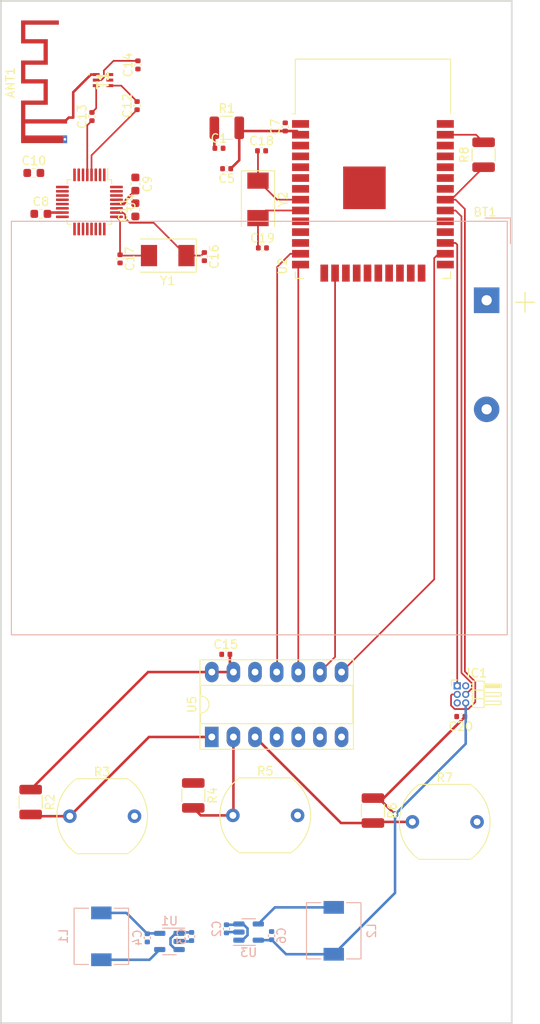
<source format=kicad_pcb>
(kicad_pcb (version 20211014) (generator pcbnew)
  (layers (0 "F.Cu" signal) (31 "B.Cu" signal) (34 "B.Paste" user) (35 "F.Paste" user) (36 "B.SilkS" user "B.Silkscreen") (37 "F.SilkS" user "F.Silkscreen") (38 "B.Mask" user) (39 "F.Mask" user) (44 "Edge.Cuts" user))
  (net 0 "")
  (net 1 "Net-(BT1-Pad1)")
  (net 2 "Net-(BT1-Pad2)")
  (net 3 "Net-(C1-Pad1)")
  (net 4 "GND")
  (net 5 "+3V3")
  (net 6 "TEMP_CS")
  (net 7 "GNDA")
  (net 8 "VSPI_MISO")
  (net 9 "VSPI_SCK")
  (net 10 "LDR1")
  (net 11 "LDR2")
  (net 12 "LDR3")
  (net 13 "VSPI_MOSI")
  (net 14 "XTAL1")
  (net 15 "XTAL2")
  (net 16 "HSPI_SCK")
  (net 17 "HSPI_MISO")
  (net 18 "HSPI_MOSI")
  (net 19 "HSPI_CS")
  (net 20 "LDR_CS")
  (net 21 "VSPI_CS")
  (net 23 "Net-(ANT1-Pad1)")
  (net 24 "+1V8")
  (net 25 "Net-(L1-Pad2)")
  (net 26 "RST")
  (net 29 "DEEP_SLEEP")
  (net 31 "RF_CS")
  (net 46 "Net-(L2-Pad2)")
  (net 47 "Net-(U4-Pad1)")
  (net 48 "Net-(C10-Pad2)")
  (net 51 "XTAL2_RF")
  (net 52 "XTAL1_RF")
  (net 53 "Net-(C11-Pad2)")
  (net 56 "Net-(C12-Pad1)")
  (net 57 "Net-(C13-Pad1)")
  (net 58 "Net-(C14-Pad2)")
  (net 59 "RFP")
  (net 60 "RFN")
  (footprint "Resistor_SMD:R_1210_3225Metric" (layer "F.Cu") (at 141.5375 52.9)
    (fp_text reference "R1" (at 0 -2.28) (layer "F.SilkS"))
    (fp_text value "10k")
    (pad "1" smd roundrect (at -1.4625 0) (size 1.125 2.65) (layers "F.Cu" "F.Paste" "F.Mask") (roundrect_rratio 0.222222) (net 3 "Net-(C1-Pad1)"))
    (pad "2" smd roundrect (at 1.4625 0) (size 1.125 2.65) (layers "F.Cu" "F.Paste" "F.Mask") (roundrect_rratio 0.222222) (net 5 "+3V3"))
  )
  (footprint "Capacitor_SMD:C_0402_1005Metric" (layer "F.Cu") (at 145.62 55.6)
    (fp_text reference "C18" (at 0 -1.16) (layer "F.SilkS"))
    (fp_text value "12p")
    (pad "1" smd roundrect (at -0.48 0) (size 0.56 0.62) (layers "F.Cu" "F.Paste" "F.Mask") (net 14 "XTAL1"))
    (pad "2" smd roundrect (at 0.48 0) (size 0.56 0.62) (layers "F.Cu" "F.Paste" "F.Mask") (net 4 "GND"))
  )
  (footprint "Package_DIP:DIP-14_W7.62mm_Socket_LongPads" (layer "F.Cu") (at 139.775 124.4 90)
    (fp_text reference "U5" (at 3.81 -2.33 90) (layer "F.SilkS"))
    (fp_text value "MCP3204")
    (pad "1" thru_hole rect (at 0 0 90) (size 2.4 1.6) (drill 0.8) (layers *.Cu *.Mask) (net 10 "LDR1"))
    (pad "2" thru_hole oval (at 0 2.54 90) (size 2.4 1.6) (drill 0.8) (layers *.Cu *.Mask) (net 11 "LDR2"))
    (pad "3" thru_hole oval (at 0 5.08 90) (size 2.4 1.6) (drill 0.8) (layers *.Cu *.Mask) (net 12 "LDR3"))
    (pad "4" thru_hole oval (at 0 7.62 90) (size 2.4 1.6) (drill 0.8) (layers *.Cu *.Mask) (net 4 "GND"))
    (pad "5" thru_hole oval (at 0 10.16 90) (size 2.4 1.6) (drill 0.8) (layers *.Cu *.Mask))
    (pad "6" thru_hole oval (at 0 12.7 90) (size 2.4 1.6) (drill 0.8) (layers *.Cu *.Mask))
    (pad "7" thru_hole oval (at 0 15.24 90) (size 2.4 1.6) (drill 0.8) (layers *.Cu *.Mask) (net 4 "GND"))
    (pad "8" thru_hole oval (at 7.62 15.24 90) (size 2.4 1.6) (drill 0.8) (layers *.Cu *.Mask) (net 20 "LDR_CS"))
    (pad "9" thru_hole oval (at 7.62 12.7 90) (size 2.4 1.6) (drill 0.8) (layers *.Cu *.Mask) (net 18 "HSPI_MOSI"))
    (pad "10" thru_hole oval (at 7.62 10.16 90) (size 2.4 1.6) (drill 0.8) (layers *.Cu *.Mask) (net 17 "HSPI_MISO"))
    (pad "11" thru_hole oval (at 7.62 7.62 90) (size 2.4 1.6) (drill 0.8) (layers *.Cu *.Mask) (net 16 "HSPI_SCK"))
    (pad "12" thru_hole oval (at 7.62 5.08 90) (size 2.4 1.6) (drill 0.8) (layers *.Cu *.Mask) (net 7 "GNDA"))
    (pad "13" thru_hole oval (at 7.62 2.54 90) (size 2.4 1.6) (drill 0.8) (layers *.Cu *.Mask) (net 5 "+3V3"))
    (pad "14" thru_hole oval (at 7.62 0 90) (size 2.4 1.6) (drill 0.8) (layers *.Cu *.Mask) (net 5 "+3V3"))
  )
  (footprint "Capacitor_SMD:C_0402_1005Metric" (layer "F.Cu") (at 138.9 68.02 -90)
    (fp_text reference "C16" (at 0 -1.16 90) (layer "F.SilkS"))
    (fp_text value "12p")
    (pad "1" smd roundrect (at -0.48 0 270) (size 0.56 0.62) (layers "F.Cu" "F.Paste" "F.Mask") (net 52 "XTAL1_RF"))
    (pad "2" smd roundrect (at 0.48 0 270) (size 0.56 0.62) (layers "F.Cu" "F.Paste" "F.Mask") (net 4 "GND"))
  )
  (footprint "SamacSys_Parts:2450FB15L0001E" (layer "F.Cu") (at 127 47.3 90)
    (fp_text reference "T1" (at 0 0 90) (layer "F.SilkS") (effects (font (size 1.27 1.27) (thickness 0.254))))
    (fp_text value "2450FB15L0001E" hide)
    (pad "1" smd rect locked (at 0.65 -0.8 90) (size 0.35 0.8) (layers "F.Cu" "F.Paste" "F.Mask") (net 23 "Net-(ANT1-Pad1)"))
    (pad "2" smd rect locked (at 0 -0.8 90) (size 0.35 0.8) (layers "F.Cu" "F.Paste" "F.Mask") (net 58 "Net-(C14-Pad2)"))
    (pad "3" smd rect locked (at -0.65 -0.8 90) (size 0.35 0.8) (layers "F.Cu" "F.Paste" "F.Mask") (net 60 "RFN"))
    (pad "4" smd rect locked (at -0.65 0.8 90) (size 0.35 0.8) (layers "F.Cu" "F.Paste" "F.Mask") (net 59 "RFP"))
    (pad "5" smd rect locked (at 0 0.8 90) (size 0.35 0.8) (layers "F.Cu" "F.Paste" "F.Mask") (net 4 "GND"))
    (pad "6" smd rect locked (at 0.65 0.8 90) (size 0.35 0.8) (layers "F.Cu" "F.Paste" "F.Mask") (net 4 "GND"))
  )
  (footprint "RF_Module:ESP32-WROOM-32" (layer "F.Cu") (at 158.7 60.7)
    (fp_text reference "U2" (at -10.61 8.43 90) (layer "F.SilkS"))
    (fp_text value "ESP32-WROOM-32D")
    (pad "1" smd rect (at -8.5 -8.255) (size 2 0.9) (layers "F.Cu" "F.Paste" "F.Mask") (net 4 "GND"))
    (pad "2" smd rect (at -8.5 -6.985) (size 2 0.9) (layers "F.Cu" "F.Paste" "F.Mask") (net 5 "+3V3"))
    (pad "3" smd rect (at -8.5 -5.715) (size 2 0.9) (layers "F.Cu" "F.Paste" "F.Mask") (net 3 "Net-(C1-Pad1)"))
    (pad "4" smd rect (at -8.5 -4.445) (size 2 0.9) (layers "F.Cu" "F.Paste" "F.Mask"))
    (pad "5" smd rect (at -8.5 -3.175) (size 2 0.9) (layers "F.Cu" "F.Paste" "F.Mask"))
    (pad "6" smd rect (at -8.5 -1.905) (size 2 0.9) (layers "F.Cu" "F.Paste" "F.Mask"))
    (pad "7" smd rect (at -8.5 -0.635) (size 2 0.9) (layers "F.Cu" "F.Paste" "F.Mask"))
    (pad "8" smd rect (at -8.5 0.635) (size 2 0.9) (layers "F.Cu" "F.Paste" "F.Mask") (net 14 "XTAL1"))
    (pad "9" smd rect (at -8.5 1.905) (size 2 0.9) (layers "F.Cu" "F.Paste" "F.Mask") (net 15 "XTAL2"))
    (pad "10" smd rect (at -8.5 3.175) (size 2 0.9) (layers "F.Cu" "F.Paste" "F.Mask"))
    (pad "11" smd rect (at -8.5 4.445) (size 2 0.9) (layers "F.Cu" "F.Paste" "F.Mask"))
    (pad "12" smd rect (at -8.5 5.715) (size 2 0.9) (layers "F.Cu" "F.Paste" "F.Mask"))
    (pad "13" smd rect (at -8.5 6.985) (size 2 0.9) (layers "F.Cu" "F.Paste" "F.Mask") (net 16 "HSPI_SCK"))
    (pad "14" smd rect (at -8.5 8.255) (size 2 0.9) (layers "F.Cu" "F.Paste" "F.Mask") (net 17 "HSPI_MISO"))
    (pad "15" smd rect (at -5.715 9.255 90) (size 2 0.9) (layers "F.Cu" "F.Paste" "F.Mask") (net 4 "GND"))
    (pad "16" smd rect (at -4.445 9.255 90) (size 2 0.9) (layers "F.Cu" "F.Paste" "F.Mask") (net 18 "HSPI_MOSI"))
    (pad "17" smd rect (at -3.175 9.255 90) (size 2 0.9) (layers "F.Cu" "F.Paste" "F.Mask"))
    (pad "18" smd rect (at -1.905 9.255 90) (size 2 0.9) (layers "F.Cu" "F.Paste" "F.Mask"))
    (pad "19" smd rect (at -0.635 9.255 90) (size 2 0.9) (layers "F.Cu" "F.Paste" "F.Mask"))
    (pad "20" smd rect (at 0.635 9.255 90) (size 2 0.9) (layers "F.Cu" "F.Paste" "F.Mask"))
    (pad "21" smd rect (at 1.905 9.255 90) (size 2 0.9) (layers "F.Cu" "F.Paste" "F.Mask"))
    (pad "22" smd rect (at 3.175 9.255 90) (size 2 0.9) (layers "F.Cu" "F.Paste" "F.Mask"))
    (pad "23" smd rect (at 4.445 9.255 90) (size 2 0.9) (layers "F.Cu" "F.Paste" "F.Mask") (net 19 "HSPI_CS"))
    (pad "24" smd rect (at 5.715 9.255 90) (size 2 0.9) (layers "F.Cu" "F.Paste" "F.Mask"))
    (pad "25" smd rect (at 8.5 8.255) (size 2 0.9) (layers "F.Cu" "F.Paste" "F.Mask"))
    (pad "26" smd rect (at 8.5 6.985) (size 2 0.9) (layers "F.Cu" "F.Paste" "F.Mask") (net 20 "LDR_CS"))
    (pad "27" smd rect (at 8.5 5.715) (size 2 0.9) (layers "F.Cu" "F.Paste" "F.Mask") (net 6 "TEMP_CS"))
    (pad "28" smd rect (at 8.5 4.445) (size 2 0.9) (layers "F.Cu" "F.Paste" "F.Mask") (net 31 "RF_CS"))
    (pad "29" smd rect (at 8.5 3.175) (size 2 0.9) (layers "F.Cu" "F.Paste" "F.Mask") (net 21 "VSPI_CS"))
    (pad "30" smd rect (at 8.5 1.905) (size 2 0.9) (layers "F.Cu" "F.Paste" "F.Mask") (net 9 "VSPI_SCK"))
    (pad "31" smd rect (at 8.5 0.635) (size 2 0.9) (layers "F.Cu" "F.Paste" "F.Mask") (net 8 "VSPI_MISO"))
    (pad "32" smd rect (at 8.5 -0.635) (size 2 0.9) (layers "F.Cu" "F.Paste" "F.Mask"))
    (pad "33" smd rect (at 8.5 -1.905) (size 2 0.9) (layers "F.Cu" "F.Paste" "F.Mask") (net 29 "DEEP_SLEEP"))
    (pad "34" smd rect (at 8.5 -3.175) (size 2 0.9) (layers "F.Cu" "F.Paste" "F.Mask"))
    (pad "35" smd rect (at 8.5 -4.445) (size 2 0.9) (layers "F.Cu" "F.Paste" "F.Mask"))
    (pad "36" smd rect (at 8.5 -5.715) (size 2 0.9) (layers "F.Cu" "F.Paste" "F.Mask") (net 26 "RST"))
    (pad "37" smd rect (at 8.5 -6.985) (size 2 0.9) (layers "F.Cu" "F.Paste" "F.Mask") (net 13 "VSPI_MOSI"))
    (pad "38" smd rect (at 8.5 -8.255) (size 2 0.9) (layers "F.Cu" "F.Paste" "F.Mask") (net 4 "GND"))
    (pad "39" smd rect (at -1 -0.755) (size 5 5) (layers "F.Cu" "F.Paste" "F.Mask") (net 4 "GND"))
  )
  (footprint "OptoDevice:R_LDR_10x8.5mm_P7.6mm_Vertical" (layer "F.Cu") (at 142.25 133.604)
    (fp_text reference "R5" (at 3.8 -5.2) (layer "F.SilkS"))
    (fp_text value "LDR03")
    (pad "1" thru_hole circle (at 0 0) (size 1.6 1.6) (drill 0.8) (layers *.Cu *.Mask) (net 11 "LDR2"))
    (pad "2" thru_hole circle (at 7.6 0) (size 1.6 1.6) (drill 0.8) (layers *.Cu *.Mask) (net 7 "GNDA"))
  )
  (footprint "Resistor_SMD:R_1210_3225Metric" (layer "F.Cu") (at 137.6 131.2625 -90)
    (fp_text reference "R4" (at 0 -2.28 90) (layer "F.SilkS"))
    (fp_text value "330k")
    (pad "1" smd roundrect (at -1.4625 0 270) (size 1.125 2.65) (layers "F.Cu" "F.Paste" "F.Mask") (roundrect_rratio 0.222222) (net 5 "+3V3"))
    (pad "2" smd roundrect (at 1.4625 0 270) (size 1.125 2.65) (layers "F.Cu" "F.Paste" "F.Mask") (roundrect_rratio 0.222222) (net 11 "LDR2"))
  )
  (footprint "Crystal:Crystal_SMD_0603-2Pin_6.0x3.5mm" (layer "F.Cu") (at 134.6 67.9 180)
    (fp_text reference "Y1" (at 0 -2.95) (layer "F.SilkS"))
    (fp_text value "16M")
    (pad "1" smd rect (at -2.2 0 180) (size 1.9 2.5) (layers "F.Cu" "F.Paste" "F.Mask") (net 52 "XTAL1_RF"))
    (pad "2" smd rect (at 2.2 0 180) (size 1.9 2.5) (layers "F.Cu" "F.Paste" "F.Mask") (net 51 "XTAL2_RF"))
  )
  (footprint "Resistor_SMD:R_1210_3225Metric" (layer "F.Cu") (at 158.7 133.0375 -90)
    (fp_text reference "R6" (at 0 -2.28 90) (layer "F.SilkS"))
    (fp_text value "330k")
    (pad "1" smd roundrect (at -1.4625 0 270) (size 1.125 2.65) (layers "F.Cu" "F.Paste" "F.Mask") (roundrect_rratio 0.222222) (net 5 "+3V3"))
    (pad "2" smd roundrect (at 1.4625 0 270) (size 1.125 2.65) (layers "F.Cu" "F.Paste" "F.Mask") (roundrect_rratio 0.222222) (net 12 "LDR3"))
  )
  (footprint "Capacitor_SMD:C_0402_1005Metric" (layer "F.Cu") (at 145.72 67)
    (fp_text reference "C19" (at 0 -1.16) (layer "F.SilkS"))
    (fp_text value "12p")
    (pad "1" smd roundrect (at -0.48 0) (size 0.56 0.62) (layers "F.Cu" "F.Paste" "F.Mask") (net 15 "XTAL2"))
    (pad "2" smd roundrect (at 0.48 0) (size 0.56 0.62) (layers "F.Cu" "F.Paste" "F.Mask") (net 4 "GND"))
  )
  (footprint "Capacitor_SMD:C_0402_1005Metric" (layer "F.Cu") (at 131.1 45.52 90)
    (fp_text reference "C14" (at 0 -1.16 90) (layer "F.SilkS"))
    (fp_text value "22p")
    (pad "1" smd roundrect (at -0.48 0 90) (size 0.56 0.62) (layers "F.Cu" "F.Paste" "F.Mask") (net 4 "GND"))
    (pad "2" smd roundrect (at 0.48 0 90) (size 0.56 0.62) (layers "F.Cu" "F.Paste" "F.Mask") (net 58 "Net-(C14-Pad2)"))
  )
  (footprint "Capacitor_SMD:C_0402_1005Metric" (layer "F.Cu") (at 129 68.28 -90)
    (fp_text reference "C17" (at 0 -1.16 90) (layer "F.SilkS"))
    (fp_text value "12p")
    (pad "1" smd roundrect (at -0.48 0 270) (size 0.56 0.62) (layers "F.Cu" "F.Paste" "F.Mask") (net 51 "XTAL2_RF"))
    (pad "2" smd roundrect (at 0.48 0 270) (size 0.56 0.62) (layers "F.Cu" "F.Paste" "F.Mask") (net 4 "GND"))
  )
  (footprint "Capacitor_SMD:C_0402_1005Metric" (layer "F.Cu") (at 141.42 114.7)
    (fp_text reference "C15" (at 0 -1.16) (layer "F.SilkS"))
    (fp_text value "1u")
    (pad "1" smd roundrect (at -0.48 0) (size 0.56 0.62) (layers "F.Cu" "F.Paste" "F.Mask") (net 4 "GND"))
    (pad "2" smd roundrect (at 0.48 0) (size 0.56 0.62) (layers "F.Cu" "F.Paste" "F.Mask") (net 5 "+3V3"))
  )
  (footprint "OptoDevice:R_LDR_10x8.5mm_P7.6mm_Vertical" (layer "F.Cu") (at 123.1 133.7)
    (fp_text reference "R3" (at 3.8 -5.2) (layer "F.SilkS"))
    (fp_text value "LDR03")
    (pad "1" thru_hole circle (at 0 0) (size 1.6 1.6) (drill 0.8) (layers *.Cu *.Mask) (net 10 "LDR1"))
    (pad "2" thru_hole circle (at 7.6 0) (size 1.6 1.6) (drill 0.8) (layers *.Cu *.Mask) (net 7 "GNDA"))
  )
  (footprint "Capacitor_SMD:C_0402_1005Metric" (layer "F.Cu") (at 140.62 55.3)
    (fp_text reference "C1" (at 0 -1.16) (layer "F.SilkS"))
    (fp_text value "1u")
    (pad "1" smd roundrect (at -0.48 0) (size 0.56 0.62) (layers "F.Cu" "F.Paste" "F.Mask") (net 3 "Net-(C1-Pad1)"))
    (pad "2" smd roundrect (at 0.48 0) (size 0.56 0.62) (layers "F.Cu" "F.Paste" "F.Mask") (net 4 "GND"))
  )
  (footprint "Capacitor_SMD:C_0402_1005Metric" (layer "F.Cu") (at 131 50.3 90)
    (fp_text reference "C12" (at 0 -1.16 90) (layer "F.SilkS"))
    (fp_text value "22p")
    (pad "1" smd roundrect (at -0.48 0 90) (size 0.56 0.62) (layers "F.Cu" "F.Paste" "F.Mask") (net 56 "Net-(C12-Pad1)"))
    (pad "2" smd roundrect (at 0.48 0 90) (size 0.56 0.62) (layers "F.Cu" "F.Paste" "F.Mask") (net 59 "RFP"))
  )
  (footprint "Connector_PinHeader_1.00mm:PinHeader_2x03_P1.00mm_Horizontal" (layer "F.Cu") (at 168.6 118.4)
    (fp_text reference "IC1" (at 2.3 -1.5) (layer "F.SilkS"))
    (fp_text value "TMP126NDCKR")
    (pad "1" thru_hole rect (at 0 0) (size 0.85 0.85) (drill 0.5) (layers *.Cu *.Mask) (net 6 "TEMP_CS"))
    (pad "2" thru_hole oval (at 1 0) (size 0.85 0.85) (drill 0.5) (layers *.Cu *.Mask) (net 7 "GNDA"))
    (pad "3" thru_hole oval (at 0 1) (size 0.85 0.85) (drill 0.5) (layers *.Cu *.Mask) (net 8 "VSPI_MISO"))
    (pad "4" thru_hole oval (at 1 1) (size 0.85 0.85) (drill 0.5) (layers *.Cu *.Mask) (net 9 "VSPI_SCK"))
    (pad "5" thru_hole oval (at 0 2) (size 0.85 0.85) (drill 0.5) (layers *.Cu *.Mask) (net 4 "GND"))
    (pad "6" thru_hole oval (at 1 2) (size 0.85 0.85) (drill 0.5) (layers *.Cu *.Mask) (net 5 "+3V3"))
  )
  (footprint "Capacitor_SMD:C_0603_1608Metric" (layer "F.Cu") (at 130.8 62.525 90)
    (fp_text reference "C11" (at 0 -1.43 90) (layer "F.SilkS"))
    (fp_text value "100n")
    (pad "1" smd roundrect (at -0.775 0 90) (size 0.9 0.95) (layers "F.Cu" "F.Paste" "F.Mask") (net 4 "GND"))
    (pad "2" smd roundrect (at 0.775 0 90) (size 0.9 0.95) (layers "F.Cu" "F.Paste" "F.Mask") (net 53 "Net-(C11-Pad2)"))
  )
  (footprint "Crystal:Crystal_SMD_0603-2Pin_6.0x3.5mm" (layer "F.Cu") (at 145.2 61.3 -90)
    (fp_text reference "Y2" (at 0 -2.95 -90) (layer "F.SilkS"))
    (fp_text value "40M")
    (pad "1" smd rect (at -2.2 0 270) (size 1.9 2.5) (layers "F.Cu" "F.Paste" "F.Mask") (net 14 "XTAL1"))
    (pad "2" smd rect (at 2.2 0 270) (size 1.9 2.5) (layers "F.Cu" "F.Paste" "F.Mask") (net 15 "XTAL2"))
  )
  (footprint "Capacitor_SMD:C_0402_1005Metric" (layer "F.Cu") (at 169.02 122 180)
    (fp_text reference "C20" (at 0 -1.16) (layer "F.SilkS"))
    (fp_text value "0.1u")
    (pad "1" smd roundrect (at -0.48 0 180) (size 0.56 0.62) (layers "F.Cu" "F.Paste" "F.Mask") (net 5 "+3V3"))
    (pad "2" smd roundrect (at 0.48 0 180) (size 0.56 0.62) (layers "F.Cu" "F.Paste" "F.Mask") (net 4 "GND"))
  )
  (footprint "Capacitor_SMD:C_0402_1005Metric" (layer "F.Cu") (at 125.7 51.58 90)
    (fp_text reference "C13" (at 0 -1.16 90) (layer "F.SilkS"))
    (fp_text value "22p")
    (pad "1" smd roundrect (at -0.48 0 90) (size 0.56 0.62) (layers "F.Cu" "F.Paste" "F.Mask") (net 57 "Net-(C13-Pad1)"))
    (pad "2" smd roundrect (at 0.48 0 90) (size 0.56 0.62) (layers "F.Cu" "F.Paste" "F.Mask") (net 60 "RFN"))
  )
  (footprint "Capacitor_SMD:C_0603_1608Metric" (layer "F.Cu") (at 119.7 63)
    (fp_text reference "C8" (at 0 -1.43) (layer "F.SilkS"))
    (fp_text value "1u")
    (pad "1" smd roundrect (at -0.775 0) (size 0.9 0.95) (layers "F.Cu" "F.Paste" "F.Mask") (net 4 "GND"))
    (pad "2" smd roundrect (at 0.775 0) (size 0.9 0.95) (layers "F.Cu" "F.Paste" "F.Mask") (net 24 "+1V8"))
  )
  (footprint "Capacitor_SMD:C_0603_1608Metric" (layer "F.Cu") (at 118.875 58.2)
    (fp_text reference "C10" (at 0 -1.43) (layer "F.SilkS"))
    (fp_text value "100n")
    (pad "1" smd roundrect (at -0.775 0) (size 0.9 0.95) (layers "F.Cu" "F.Paste" "F.Mask") (net 4 "GND"))
    (pad "2" smd roundrect (at 0.775 0) (size 0.9 0.95) (layers "F.Cu" "F.Paste" "F.Mask") (net 48 "Net-(C10-Pad2)"))
  )
  (footprint "Package_QFP:LQFP-32_5x5mm_P0.5mm" (layer "F.Cu") (at 125.4 61.6 -90)
    (fp_text reference "U4" (at 0 -4.88 90) (layer "F.SilkS"))
    (fp_text value "AT86RF233-ZU")
    (pad "1" smd roundrect (at -3.175 -1.75 270) (size 1.5 0.3) (layers "F.Cu" "F.Paste" "F.Mask") (net 47 "Net-(U4-Pad1)"))
    (pad "2" smd roundrect (at -3.175 -1.25 270) (size 1.5 0.3) (layers "F.Cu" "F.Paste" "F.Mask") (net 47 "Net-(U4-Pad1)"))
    (pad "3" smd roundrect (at -3.175 -0.75 270) (size 1.5 0.3) (layers "F.Cu" "F.Paste" "F.Mask") (net 4 "GND"))
    (pad "4" smd roundrect (at -3.175 -0.25 270) (size 1.5 0.3) (layers "F.Cu" "F.Paste" "F.Mask") (net 56 "Net-(C12-Pad1)"))
    (pad "5" smd roundrect (at -3.175 0.25 270) (size 1.5 0.3) (layers "F.Cu" "F.Paste" "F.Mask") (net 57 "Net-(C13-Pad1)"))
    (pad "6" smd roundrect (at -3.175 0.75 270) (size 1.5 0.3) (layers "F.Cu" "F.Paste" "F.Mask") (net 4 "GND"))
    (pad "7" smd roundrect (at -3.175 1.25 270) (size 1.5 0.3) (layers "F.Cu" "F.Paste" "F.Mask") (net 4 "GND"))
    (pad "8" smd roundrect (at -3.175 1.75 270) (size 1.5 0.3) (layers "F.Cu" "F.Paste" "F.Mask") (net 26 "RST"))
    (pad "9" smd roundrect (at -1.75 3.175 270) (size 0.3 1.5) (layers "F.Cu" "F.Paste" "F.Mask") (net 47 "Net-(U4-Pad1)"))
    (pad "10" smd roundrect (at -1.25 3.175 270) (size 0.3 1.5) (layers "F.Cu" "F.Paste" "F.Mask") (net 47 "Net-(U4-Pad1)"))
    (pad "11" smd roundrect (at -0.75 3.175 270) (size 0.3 1.5) (layers "F.Cu" "F.Paste" "F.Mask") (net 29 "DEEP_SLEEP"))
    (pad "12" smd roundrect (at -0.25 3.175 270) (size 0.3 1.5) (layers "F.Cu" "F.Paste" "F.Mask") (net 4 "GND"))
    (pad "13" smd roundrect (at 0.25 3.175 270) (size 0.3 1.5) (layers "F.Cu" "F.Paste" "F.Mask") (net 48 "Net-(C10-Pad2)"))
    (pad "14" smd roundrect (at 0.75 3.175 270) (size 0.3 1.5) (layers "F.Cu" "F.Paste" "F.Mask") (net 48 "Net-(C10-Pad2)"))
    (pad "15" smd roundrect (at 1.25 3.175 270) (size 0.3 1.5) (layers "F.Cu" "F.Paste" "F.Mask") (net 24 "+1V8"))
    (pad "16" smd roundrect (at 1.75 3.175 270) (size 0.3 1.5) (layers "F.Cu" "F.Paste" "F.Mask") (net 4 "GND"))
    (pad "17" smd roundrect (at 3.175 1.75 270) (size 1.5 0.3) (layers "F.Cu" "F.Paste" "F.Mask"))
    (pad "18" smd roundrect (at 3.175 1.25 270) (size 1.5 0.3) (layers "F.Cu" "F.Paste" "F.Mask") (net 4 "GND"))
    (pad "19" smd roundrect (at 3.175 0.75 270) (size 1.5 0.3) (layers "F.Cu" "F.Paste" "F.Mask") (net 16 "HSPI_SCK"))
    (pad "20" smd roundrect (at 3.175 0.25 270) (size 1.5 0.3) (layers "F.Cu" "F.Paste" "F.Mask") (net 17 "HSPI_MISO"))
    (pad "21" smd roundrect (at 3.175 -0.25 270) (size 1.5 0.3) (layers "F.Cu" "F.Paste" "F.Mask") (net 4 "GND"))
    (pad "22" smd roundrect (at 3.175 -0.75 270) (size 1.5 0.3) (layers "F.Cu" "F.Paste" "F.Mask") (net 18 "HSPI_MOSI"))
    (pad "23" smd roundrect (at 3.175 -1.25 270) (size 1.5 0.3) (layers "F.Cu" "F.Paste" "F.Mask") (net 31 "RF_CS"))
    (pad "24" smd roundrect (at 3.175 -1.75 270) (size 1.5 0.3) (layers "F.Cu" "F.Paste" "F.Mask"))
    (pad "25" smd roundrect (at 1.75 -3.175 270) (size 0.3 1.5) (layers "F.Cu" "F.Paste" "F.Mask") (net 51 "XTAL2_RF"))
    (pad "26" smd roundrect (at 1.25 -3.175 270) (size 0.3 1.5) (layers "F.Cu" "F.Paste" "F.Mask") (net 52 "XTAL1_RF"))
    (pad "27" smd roundrect (at 0.75 -3.175 270) (size 0.3 1.5) (layers "F.Cu" "F.Paste" "F.Mask") (net 4 "GND"))
    (pad "28" smd roundrect (at 0.25 -3.175 270) (size 0.3 1.5) (layers "F.Cu" "F.Paste" "F.Mask") (net 24 "+1V8"))
    (pad "29" smd roundrect (at -0.25 -3.175 270) (size 0.3 1.5) (layers "F.Cu" "F.Paste" "F.Mask") (net 53 "Net-(C11-Pad2)"))
    (pad "30" smd roundrect (at -0.75 -3.175 270) (size 0.3 1.5) (layers "F.Cu" "F.Paste" "F.Mask") (net 4 "GND"))
    (pad "31" smd roundrect (at -1.25 -3.175 270) (size 0.3 1.5) (layers "F.Cu" "F.Paste" "F.Mask") (net 4 "GND"))
    (pad "32" smd roundrect (at -1.75 -3.175 270) (size 0.3 1.5) (layers "F.Cu" "F.Paste" "F.Mask") (net 4 "GND"))
  )
  (footprint "Resistor_SMD:R_1210_3225Metric" (layer "F.Cu") (at 171.7 56.0625 90)
    (fp_text reference "R8" (at 0 -2.28 90) (layer "F.SilkS"))
    (fp_text value "10k")
    (pad "1" smd roundrect (at -1.4625 0 90) (size 1.125 2.65) (layers "F.Cu" "F.Paste" "F.Mask") (roundrect_rratio 0.222222) (net 8 "VSPI_MISO"))
    (pad "2" smd roundrect (at 1.4625 0 90) (size 1.125 2.65) (layers "F.Cu" "F.Paste" "F.Mask") (roundrect_rratio 0.222222) (net 13 "VSPI_MOSI"))
  )
  (footprint "Resistor_SMD:R_1210_3225Metric" (layer "F.Cu") (at 118.5 132.0375 -90)
    (fp_text reference "R2" (at 0 -2.28 -90) (layer "F.SilkS"))
    (fp_text value "330k")
    (pad "1" smd roundrect (at -1.4625 0 270) (size 1.125 2.65) (layers "F.Cu" "F.Paste" "F.Mask") (roundrect_rratio 0.222222) (net 5 "+3V3"))
    (pad "2" smd roundrect (at 1.4625 0 270) (size 1.125 2.65) (layers "F.Cu" "F.Paste" "F.Mask") (roundrect_rratio 0.222222) (net 10 "LDR1"))
  )
  (footprint "Capacitor_SMD:C_0402_1005Metric" (layer "F.Cu") (at 148.4 52.8 90)
    (fp_text reference "C7" (at 0 -1.16 90) (layer "F.SilkS"))
    (fp_text value ".1u")
    (pad "1" smd roundrect (at -0.48 0 90) (size 0.56 0.62) (layers "F.Cu" "F.Paste" "F.Mask") (net 5 "+3V3"))
    (pad "2" smd roundrect (at 0.48 0 90) (size 0.56 0.62) (layers "F.Cu" "F.Paste" "F.Mask") (net 4 "GND"))
  )
  (footprint "RF_Antenna:Texas_SWRA117D_2.4GHz_Right" (layer "F.Cu") (at 122.525 52.15 90)
    (fp_text reference "ANT1" (at 4.55 -6.41 90) (layer "F.SilkS"))
    (fp_text value "SWRA117D")
    (fp_poly (pts (xy 2.45 -2.51) (xy 4.45 -2.51) (xy 4.45 -5.15) (xy 7.15 -5.15) (xy 7.15 -2.51) (xy 9.15 -2.51) (xy 9.15 -5.15) (xy 11.85 -5.15) (xy 11.85 -0.71) (xy 11.35 -0.71) (xy 11.35 -4.65) (xy 9.65 -4.65) (xy 9.65 -2.01) (xy 6.65 -2.01) (xy 6.65 -4.65) (xy 4.95 -4.65) (xy 4.95 -2.01) (xy 1.95 -2.01) (xy 1.95 -4.65) (xy 0.25 -4.65) (xy 0.25 0.25) (xy -0.25 0.25) (xy -0.25 -4.65) (xy -1.65 -4.65) (xy -1.65 0.25) (xy -2.55 0.25) (xy -2.55 0.006785) (xy -2.247583 0.006785) (xy -2.237742 0.054395) (xy -2.213674 0.096797) (xy -2.175731 0.129581) (xy -2.167819 0.133935) (xy -2.125156 0.146043) (xy -2.076637 0.1453) (xy -2.031122 0.1324) (xy -2.012511 0.121787) (xy -1.978868 0.086553) (xy -1.958309 0.041368) (xy -1.951778 -0.008158) (xy -1.960218 -0.056417) (xy -1.977112 -0.088643) (xy -2.012372 -0.121313) (xy -2.057682 -0.141408) (xy -2.107267 -0.147982) (xy -2.155353 -0.140092) (xy -2.188245 -0.123186) (xy -2.223185 -0.086416) (xy -2.242847 -0.041622) (xy -2.247583 0.006785) (xy -2.55 0.006785) (xy -2.55 -5.15) (xy 2.45 -5.15) (xy 2.45 -2.51)) (layer "F.Cu") (width 0) (fill solid))
    (pad "1" connect rect (at 0 0 90) (size 0.5 0.5) (layers "F.Cu") (net 23 "Net-(ANT1-Pad1)"))
    (pad "2" thru_hole rect (at -2.1 0 90) (size 0.9 0.5) (drill 0.3) (layers *.Cu) (net 4 "GND"))
  )
  (footprint "OptoDevice:R_LDR_10x8.5mm_P7.6mm_Vertical" (layer "F.Cu") (at 163.332 134.366)
    (fp_text reference "R7" (at 3.8 -5.2) (layer "F.SilkS"))
    (fp_text value "LDR03")
    (pad "1" thru_hole circle (at 0 0) (size 1.6 1.6) (drill 0.8) (layers *.Cu *.Mask) (net 12 "LDR3"))
    (pad "2" thru_hole circle (at 7.6 0) (size 1.6 1.6) (drill 0.8) (layers *.Cu *.Mask) (net 7 "GNDA"))
  )
  (footprint "Capacitor_SMD:C_0402_1005Metric" (layer "F.Cu") (at 141.52 57.7 180)
    (fp_text reference "C5" (at 0 -1.16) (layer "F.SilkS"))
    (fp_text value "10u")
    (pad "1" smd roundrect (at -0.48 0 180) (size 0.56 0.62) (layers "F.Cu" "F.Paste" "F.Mask") (net 5 "+3V3"))
    (pad "2" smd roundrect (at 0.48 0 180) (size 0.56 0.62) (layers "F.Cu" "F.Paste" "F.Mask") (net 4 "GND"))
  )
  (footprint "Capacitor_SMD:C_0603_1608Metric" (layer "F.Cu") (at 130.8 59.5 -90)
    (fp_text reference "C9" (at 0 -1.43 90) (layer "F.SilkS"))
    (fp_text value "1u")
    (pad "1" smd roundrect (at -0.775 0 270) (size 0.9 0.95) (layers "F.Cu" "F.Paste" "F.Mask") (net 4 "GND"))
    (pad "2" smd roundrect (at 0.775 0 270) (size 0.9 0.95) (layers "F.Cu" "F.Paste" "F.Mask") (net 24 "+1V8"))
  )
  (footprint "Package_TO_SOT_SMD:SOT-23-5" (layer "B.Cu") (at 134.8 148.4 180)
    (fp_text reference "U1" (at 0 2.4) (layer "B.SilkS") (effects (justify mirror)))
    (fp_text value "TPS62202DBV")
    (pad "1" smd roundrect (at -1.1375 0.95 180) (size 1.325 0.6) (layers "B.Cu" "B.Paste" "B.Mask") (net 1 "Net-(BT1-Pad1)"))
    (pad "2" smd roundrect (at -1.1375 0 180) (size 1.325 0.6) (layers "B.Cu" "B.Paste" "B.Mask") (net 2 "Net-(BT1-Pad2)"))
    (pad "3" smd roundrect (at -1.1375 -0.95 180) (size 1.325 0.6) (layers "B.Cu" "B.Paste" "B.Mask") (net 1 "Net-(BT1-Pad1)"))
    (pad "4" smd roundrect (at 1.1375 -0.95 180) (size 1.325 0.6) (layers "B.Cu" "B.Paste" "B.Mask") (net 25 "Net-(L1-Pad2)"))
    (pad "5" smd roundrect (at 1.1375 0.95 180) (size 1.325 0.6) (layers "B.Cu" "B.Paste" "B.Mask") (net 24 "+1V8"))
  )
  (footprint "Inductor_SMD:L_6.3x6.3_H3" (layer "B.Cu") (at 126.8 147.8 -90)
    (fp_text reference "L1" (at 0 4.45 90) (layer "B.SilkS") (effects (justify mirror)))
    (fp_text value "10u")
    (pad "1" smd rect (at -2.75 0 270) (size 1.5 2.4) (layers "B.Cu" "B.Paste" "B.Mask") (net 24 "+1V8"))
    (pad "2" smd rect (at 2.75 0 270) (size 1.5 2.4) (layers "B.Cu" "B.Paste" "B.Mask") (net 25 "Net-(L1-Pad2)"))
  )
  (footprint "Package_TO_SOT_SMD:SOT-23-5" (layer "B.Cu") (at 144.1 147.3)
    (fp_text reference "U3" (at 0 2.4) (layer "B.SilkS") (effects (justify mirror)))
    (fp_text value "TPS62203DBV")
    (pad "1" smd roundrect (at -1.1375 0.95) (size 1.325 0.6) (layers "B.Cu" "B.Paste" "B.Mask") (net 1 "Net-(BT1-Pad1)"))
    (pad "2" smd roundrect (at -1.1375 0) (size 1.325 0.6) (layers "B.Cu" "B.Paste" "B.Mask") (net 2 "Net-(BT1-Pad2)"))
    (pad "3" smd roundrect (at -1.1375 -0.95) (size 1.325 0.6) (layers "B.Cu" "B.Paste" "B.Mask") (net 1 "Net-(BT1-Pad1)"))
    (pad "4" smd roundrect (at 1.1375 -0.95) (size 1.325 0.6) (layers "B.Cu" "B.Paste" "B.Mask") (net 46 "Net-(L2-Pad2)"))
    (pad "5" smd roundrect (at 1.1375 0.95) (size 1.325 0.6) (layers "B.Cu" "B.Paste" "B.Mask") (net 5 "+3V3"))
  )
  (footprint "Capacitor_SMD:C_0402_1005Metric" (layer "B.Cu") (at 132.2 147.98 -90)
    (fp_text reference "C4" (at 0 1.16 90) (layer "B.SilkS") (effects (justify mirror)))
    (fp_text value "10u")
    (pad "1" smd roundrect (at -0.48 0 270) (size 0.56 0.62) (layers "B.Cu" "B.Paste" "B.Mask") (net 24 "+1V8"))
    (pad "2" smd roundrect (at 0.48 0 270) (size 0.56 0.62) (layers "B.Cu" "B.Paste" "B.Mask") (net 2 "Net-(BT1-Pad2)"))
  )
  (footprint "Capacitor_SMD:C_0402_1005Metric" (layer "B.Cu") (at 141.5 146.92 -90)
    (fp_text reference "C2" (at 0 1.16 90) (layer "B.SilkS") (effects (justify mirror)))
    (fp_text value "4.7u")
    (pad "1" smd roundrect (at -0.48 0 270) (size 0.56 0.62) (layers "B.Cu" "B.Paste" "B.Mask") (net 1 "Net-(BT1-Pad1)"))
    (pad "2" smd roundrect (at 0.48 0 270) (size 0.56 0.62) (layers "B.Cu" "B.Paste" "B.Mask") (net 2 "Net-(BT1-Pad2)"))
  )
  (footprint "Capacitor_SMD:C_0402_1005Metric" (layer "B.Cu") (at 146.8 147.72 90)
    (fp_text reference "C6" (at 0 1.16 90) (layer "B.SilkS") (effects (justify mirror)))
    (fp_text value "10u")
    (pad "1" smd roundrect (at -0.48 0 90) (size 0.56 0.62) (layers "B.Cu" "B.Paste" "B.Mask") (net 5 "+3V3"))
    (pad "2" smd roundrect (at 0.48 0 90) (size 0.56 0.62) (layers "B.Cu" "B.Paste" "B.Mask") (net 2 "Net-(BT1-Pad2)"))
  )
  (footprint "Inductor_SMD:L_6.3x6.3_H3" (layer "B.Cu") (at 154.1 147.15 90)
    (fp_text reference "L2" (at 0 4.45 90) (layer "B.SilkS") (effects (justify mirror)))
    (fp_text value "10u")
    (pad "1" smd rect (at -2.75 0 90) (size 1.5 2.4) (layers "B.Cu" "B.Paste" "B.Mask") (net 5 "+3V3"))
    (pad "2" smd rect (at 2.75 0 90) (size 1.5 2.4) (layers "B.Cu" "B.Paste" "B.Mask") (net 46 "Net-(L2-Pad2)"))
  )
  (footprint "Battery:BatteryHolder_TruPower_BH-331P_3xAA" (layer "B.Cu") (at 172.0575 73.1425 180)
    (fp_text reference "BT1" (at 0.2 10.35) (layer "F.SilkS"))
    (fp_text value "Battery")
    (fp_text user "+" (at -4.5 0) (layer "F.SilkS") (effects (font (size 3 3))))
    (pad "" np_thru_hole circle (at 26.7 -30 180) (size 3.5 3.5) (drill 3.5) (layers *.Cu *.Mask))
    (pad "" np_thru_hole circle (at 26.7 0 180) (size 3.5 3.5) (drill 3.5) (layers *.Cu *.Mask))
    (pad "1" thru_hole rect (at 0 0 180) (size 3 3) (drill 1.2) (layers *.Cu *.Mask) (net 1 "Net-(BT1-Pad1)"))
    (pad "2" thru_hole circle (at 0 -12.8 180) (size 3 3) (drill 1.2) (layers *.Cu *.Mask) (net 2 "Net-(BT1-Pad2)"))
  )
  (footprint "Capacitor_SMD:C_0402_1005Metric" (layer "B.Cu") (at 137.4 147.82 -90)
    (fp_text reference "C3" (at 0 1.16 90) (layer "B.SilkS") (effects (justify mirror)))
    (fp_text value "4.7u")
    (pad "1" smd roundrect (at -0.48 0 270) (size 0.56 0.62) (layers "B.Cu" "B.Paste" "B.Mask") (net 1 "Net-(BT1-Pad1)"))
    (pad "2" smd roundrect (at 0.48 0 270) (size 0.56 0.62) (layers "B.Cu" "B.Paste" "B.Mask") (net 2 "Net-(BT1-Pad2)"))
  )
  (gr_rect (start 115 38) (end 175 158) (layer "Edge.Cuts") (width 0.2) (fill none))
  (segment (start 143.381427 148.25) (end 143.97452 147.656907) (width 0.3) (layer "B.Cu") (net 1))
  (segment (start 134.92548 148.043093) (end 135.518573 147.45) (width 0.3) (layer "B.Cu") (net 1))
  (segment (start 135.9375 149.35) (end 135.518573 149.35) (width 0.3) (layer "B.Cu") (net 1))
  (segment (start 143.45 146.35) (end 142.9625 146.35) (width 0.3) (layer "B.Cu") (net 1))
  (segment (start 142.9625 148.25) (end 143.381427 148.25) (width 0.3) (layer "B.Cu") (net 1))
  (segment (start 143.97452 147.656907) (end 143.97452 146.87452) (width 0.3) (layer "B.Cu") (net 1))
  (segment (start 135.518573 147.45) (end 135.9375 147.45) (width 0.3) (layer "B.Cu") (net 1))
  (segment (start 135.518573 149.35) (end 134.92548 148.756907) (width 0.3) (layer "B.Cu") (net 1))
  (segment (start 142.8725 146.44) (end 142.9625 146.35) (width 0.3) (layer "B.Cu") (net 1))
  (segment (start 136.0475 147.34) (end 135.9375 147.45) (width 0.3) (layer "B.Cu") (net 1))
  (segment (start 143.97452 146.87452) (end 143.45 146.35) (width 0.3) (layer "B.Cu") (net 1))
  (segment (start 141.5 146.44) (end 142.8725 146.44) (width 0.3) (layer "B.Cu") (net 1))
  (segment (start 137.4 147.34) (end 136.0475 147.34) (width 0.3) (layer "B.Cu") (net 1))
  (segment (start 134.92548 148.756907) (end 134.92548 148.043093) (width 0.3) (layer "B.Cu") (net 1))
  (segment (start 141.6 147.3) (end 141.5 147.4) (width 0.3) (layer "B.Cu") (net 2))
  (segment (start 137.3 148.4) (end 137.4 148.3) (width 0.3) (layer "B.Cu") (net 2))
  (segment (start 135.9375 148.4) (end 137.3 148.4) (width 0.3) (layer "B.Cu") (net 2))
  (segment (start 142.9625 147.3) (end 141.6 147.3) (width 0.3) (layer "B.Cu") (net 2))
  (segment (start 140.075 55.235) (end 140.14 55.3) (width 0.3) (layer "F.Cu") (net 3))
  (segment (start 140.075 52.9) (end 140.075 55.235) (width 0.3) (layer "F.Cu") (net 3))
  (segment (start 159.967285 131.575) (end 158.7 131.575) (width 0.3) (layer "F.Cu") (net 5))
  (segment (start 159.375 131.575) (end 161.3 133.5) (width 0.3) (layer "F.Cu") (net 5))
  (segment (start 148.4 53.28) (end 149.765 53.28) (width 0.3) (layer "F.Cu") (net 5))
  (segment (start 169.5 122.042285) (end 159.967285 131.575) (width 0.3) (layer "F.Cu") (net 5))
  (segment (start 142.315 116.78) (end 139.775 116.78) (width 0.3) (layer "F.Cu") (net 5))
  (segment (start 143 56.7) (end 143 52.9) (width 0.3) (layer "F.Cu") (net 5))
  (segment (start 169.5 122) (end 169.5 122.042285) (width 0.3) (layer "F.Cu") (net 5))
  (segment (start 141.9 116.365) (end 142.315 116.78) (width 0.3) (layer "F.Cu") (net 5))
  (segment (start 143 52.9) (end 143.38 53.28) (width 0.3) (layer "F.Cu") (net 5))
  (segment (start 118.5 130.575) (end 132.295 116.78) (width 0.3) (layer "F.Cu") (net 5))
  (segment (start 132.295 116.78) (end 139.775 116.78) (width 0.3) (layer "F.Cu") (net 5))
  (segment (start 149.765 53.28) (end 150.2 53.715) (width 0.3) (layer "F.Cu") (net 5))
  (segment (start 143.38 53.28) (end 148.4 53.28) (width 0.3) (layer "F.Cu") (net 5))
  (segment (start 141.9 114.7) (end 141.9 116.365) (width 0.3) (layer "F.Cu") (net 5))
  (segment (start 142 57.7) (end 143 56.7) (width 0.3) (layer "F.Cu") (net 5))
  (segment (start 158.7 131.575) (end 159.375 131.575) (width 0.3) (layer "F.Cu") (net 5))
  (via (at 161.3 133.5) (size 0.8) (drill 0.4) (layers "F.Cu" "B.Cu") (net 5))
  (segment (start 146.8 148.2) (end 148.5 149.9) (width 0.3) (layer "B.Cu") (net 5))
  (segment (start 161.3 142.7) (end 161.3 133.5) (width 0.3) (layer "B.Cu") (net 5))
  (segment (start 148.5 149.9) (end 154.1 149.9) (width 0.3) (layer "B.Cu") (net 5))
  (segment (start 145.2375 148.25) (end 146.75 148.25) (width 0.3) (layer "B.Cu") (net 5))
  (segment (start 154.1 149.9) (end 161.3 142.7) (width 0.3) (layer "B.Cu") (net 5))
  (segment (start 169.6 125.2) (end 161.3 133.5) (width 0.3) (layer "B.Cu") (net 5))
  (segment (start 169.6 120.4) (end 169.6 125.2) (width 0.3) (layer "B.Cu") (net 5))
  (segment (start 146.75 148.25) (end 146.8 148.2) (width 0.3) (layer "B.Cu") (net 5))
  (segment (start 168.4 66.415) (end 167.2 66.415) (width 0.2) (layer "F.Cu") (net 6))
  (segment (start 168.6 66.615) (end 168.4 66.415) (width 0.2) (layer "F.Cu") (net 6))
  (segment (start 168.6 118.4) (end 168.6 66.615) (width 0.2) (layer "F.Cu") (net 6))
  (segment (start 170.724031 120.300583) (end 169.900103 121.124511) (width 0.2) (layer "F.Cu") (net 8))
  (segment (start 168.299897 121.124511) (end 167.875489 120.700103) (width 0.2) (layer "F.Cu") (net 8))
  (segment (start 167.99896 119.4) (end 168.6 119.4) (width 0.2) (layer "F.Cu") (net 8))
  (segment (start 170.724031 117.934411) (end 170.724031 120.300583) (width 0.2) (layer "F.Cu") (net 8))
  (segment (start 167.2 61.335) (end 168.4 61.335) (width 0.2) (layer "F.Cu") (net 8))
  (segment (start 167.2 61.335) (end 167.89 61.335) (width 0.2) (layer "F.Cu") (net 8))
  (segment (start 167.875489 120.700103) (end 167.875489 119.523471) (width 0.2) (layer "F.Cu") (net 8))
  (segment (start 168.4 61.335) (end 169.49952 62.43452) (width 0.2) (layer "F.Cu") (net 8))
  (segment (start 167.2 61.335) (end 166.420978 61.335) (width 0.2) (layer "F.Cu") (net 8))
  (segment (start 167.89 61.335) (end 171.7 57.525) (width 0.2) (layer "F.Cu") (net 8))
  (segment (start 169.900103 121.124511) (end 168.299897 121.124511) (width 0.2) (layer "F.Cu") (net 8))
  (segment (start 167.875489 119.523471) (end 167.99896 119.4) (width 0.2) (layer "F.Cu") (net 8))
  (segment (start 169.49952 116.7099) (end 170.724031 117.934411) (width 0.2) (layer "F.Cu") (net 8))
  (segment (start 169.49952 62.43452) (end 169.49952 116.7099) (width 0.2) (layer "F.Cu") (net 8))
  (segment (start 168.4 62.605) (end 167.2 62.605) (width 0.2) (layer "F.Cu") (net 9))
  (segment (start 169.6 119.4) (end 169.624614 119.4) (width 0.2) (layer "F.Cu") (net 9))
  (segment (start 170.324511 118.700103) (end 170.324511 118.099897) (width 0.2) (layer "F.Cu") (net 9))
  (segment (start 169.624614 119.4) (end 170.324511 118.700103) (width 0.2) (layer "F.Cu") (net 9))
  (segment (start 170.324511 118.099897) (end 169.1 116.875386) (width 0.2) (layer "F.Cu") (net 9))
  (segment (start 169.1 63.305) (end 168.4 62.605) (width 0.2) (layer "F.Cu") (net 9))
  (segment (start 169.1 116.875386) (end 169.1 63.305) (width 0.2) (layer "F.Cu") (net 9))
  (segment (start 132.4 124.4) (end 139.775 124.4) (width 0.3) (layer "F.Cu") (net 10))
  (segment (start 118.7 133.7) (end 118.5 133.5) (width 0.3) (layer "F.Cu") (net 10))
  (segment (start 123.1 133.7) (end 132.4 124.4) (width 0.3) (layer "F.Cu") (net 10))
  (segment (start 123.1 133.7) (end 118.7 133.7) (width 0.3) (layer "F.Cu") (net 10))
  (segment (start 138.479 133.604) (end 142.25 133.604) (width 0.3) (layer "F.Cu") (net 11))
  (segment (start 137.6 132.725) (end 138.479 133.604) (width 0.3) (layer "F.Cu") (net 11))
  (segment (start 142.315 124.4) (end 142.315 133.539) (width 0.3) (layer "F.Cu") (net 11))
  (segment (start 142.315 133.539) (end 142.25 133.604) (width 0.3) (layer "F.Cu") (net 11))
  (segment (start 144.855 124.4) (end 154.955 134.5) (width 0.3) (layer "F.Cu") (net 12))
  (segment (start 158.834 134.366) (end 163.332 134.366) (width 0.3) (layer "F.Cu") (net 12))
  (segment (start 154.955 134.5) (end 158.7 134.5) (width 0.3) (layer "F.Cu") (net 12))
  (segment (start 158.7 134.5) (end 158.834 134.366) (width 0.3) (layer "F.Cu") (net 12))
  (segment (start 171.7 54.6) (end 170.815 53.715) (width 0.2) (layer "F.Cu") (net 13))
  (segment (start 170.815 53.715) (end 167.2 53.715) (width 0.2) (layer "F.Cu") (net 13))
  (segment (start 145.2 59.1) (end 147.435 61.335) (width 0.2) (layer "F.Cu") (net 14))
  (segment (start 145.2 59.1) (end 145.2 55.66) (width 0.2) (layer "F.Cu") (net 14))
  (segment (start 145.2 55.66) (end 145.14 55.6) (width 0.2) (layer "F.Cu") (net 14))
  (segment (start 147.435 61.335) (end 150.2 61.335) (width 0.2) (layer "F.Cu") (net 14))
  (segment (start 145.2 66.96) (end 145.2 63.5) (width 0.2) (layer "F.Cu") (net 15))
  (segment (start 145.24 67) (end 145.2 66.96) (width 0.2) (layer "F.Cu") (net 15))
  (segment (start 146.095 62.605) (end 150.2 62.605) (width 0.2) (layer "F.Cu") (net 15))
  (segment (start 145.2 63.5) (end 146.095 62.605) (width 0.2) (layer "F.Cu") (net 15))
  (segment (start 149 67.685) (end 150.2 67.685) (width 0.2) (layer "F.Cu") (net 16))
  (segment (start 147.457021 69.227979) (end 149 67.685) (width 0.2) (layer "F.Cu") (net 16))
  (segment (start 147.457021 116.717979) (end 147.457021 69.227979) (width 0.2) (layer "F.Cu") (net 16))
  (segment (start 147.395 116.78) (end 147.457021 116.717979) (width 0.2) (layer "F.Cu") (net 16))
  (segment (start 149.935 116.78) (end 149.935 69.22) (width 0.2) (layer "F.Cu") (net 17))
  (segment (start 149.935 69.22) (end 150.2 68.955) (width 0.2) (layer "F.Cu") (net 17))
  (segment (start 154.255 115) (end 154.255 69.955) (width 0.2) (layer "F.Cu") (net 18))
  (segment (start 152.475 116.78) (end 154.255 115) (width 0.2) (layer "F.Cu") (net 18))
  (segment (start 155.015 116.78) (end 165.900489 105.894511) (width 0.2) (layer "F.Cu") (net 20))
  (segment (start 165.900489 105.894511) (end 165.900489 68.199511) (width 0.2) (layer "F.Cu") (net 20))
  (segment (start 166.415 67.685) (end 167.2 67.685) (width 0.2) (layer "F.Cu") (net 20))
  (segment (start 165.900489 68.199511) (end 166.415 67.685) (width 0.2) (layer "F.Cu") (net 20))
  (segment (start 123.5 51.7) (end 123.5 48.725978) (width 0.3) (layer "F.Cu") (net 23))
  (segment (start 123.5 48.725978) (end 125.575978 46.65) (width 0.3) (layer "F.Cu") (net 23))
  (segment (start 125.575978 46.65) (end 126.2 46.65) (width 0.3) (layer "F.Cu") (net 23))
  (segment (start 122.525 52.15) (end 122.975 51.7) (width 0.3) (layer "F.Cu") (net 23))
  (segment (start 122.975 51.7) (end 123.5 51.7) (width 0.3) (layer "F.Cu") (net 23))
  (segment (start 120.625 62.85) (end 122.225 62.85) (width 0.3) (layer "F.Cu") (net 24))
  (segment (start 129.425361 61.85) (end 128.575 61.85) (width 0.3) (layer "F.Cu") (net 24))
  (segment (start 130.8 60.275) (end 129.67452 61.40048) (width 0.3) (layer "F.Cu") (net 24))
  (segment (start 129.67452 61.40048) (end 129.67452 61.600841) (width 0.3) (layer "F.Cu") (net 24))
  (segment (start 129.67452 61.600841) (end 129.425361 61.85) (width 0.3) (layer "F.Cu") (net 24))
  (segment (start 120.475 63) (end 120.625 62.85) (width 0.3) (layer "F.Cu") (net 24))
  (segment (start 133.6625 147.45) (end 132.25 147.45) (width 0.3) (layer "B.Cu") (net 24))
  (segment (start 132.25 147.45) (end 132.2 147.5) (width 0.3) (layer "B.Cu") (net 24))
  (segment (start 126.8 145.05) (end 129.75 145.05) (width 0.3) (layer "B.Cu") (net 24))
  (segment (start 129.75 145.05) (end 132.2 147.5) (width 0.3) (layer "B.Cu") (net 24))
  (segment (start 132.4625 150.55) (end 133.6625 149.35) (width 0.3) (layer "B.Cu") (net 25))
  (segment (start 126.8 150.55) (end 132.4625 150.55) (width 0.3) (layer "B.Cu") (net 25))
  (segment (start 147.1875 144.4) (end 145.2375 146.35) (width 0.3) (layer "B.Cu") (net 46))
  (segment (start 154.1 144.4) (end 147.1875 144.4) (width 0.3) (layer "B.Cu") (net 46))
  (segment (start 129 63.775) (end 128.575 63.35) (width 0.2) (layer "F.Cu") (net 51))
  (segment (start 129.1 67.9) (end 132.4 67.9) (width 0.2) (layer "F.Cu") (net 51))
  (segment (start 129 67.8) (end 129 63.775) (width 0.2) (layer "F.Cu") (net 51))
  (segment (start 129 67.8) (end 129.1 67.9) (width 0.2) (layer "F.Cu") (net 51))
  (segment (start 129.62452 63.52452) (end 129.62452 63.119869) (width 0.2) (layer "F.Cu") (net 52))
  (segment (start 138.54 67.9) (end 136.8 67.9) (width 0.2) (layer "F.Cu") (net 52))
  (segment (start 138.9 67.54) (end 138.54 67.9) (width 0.2) (layer "F.Cu") (net 52))
  (segment (start 128.62548 62.90048) (end 128.575 62.85) (width 0.2) (layer "F.Cu") (net 52))
  (segment (start 130.14952 64.04952) (end 129.62452 63.52452) (width 0.2) (layer "F.Cu") (net 52))
  (segment (start 129.405131 62.90048) (end 128.62548 62.90048) (width 0.2) (layer "F.Cu") (net 52))
  (segment (start 136.8 67.9) (end 132.94952 64.04952) (width 0.2) (layer "F.Cu") (net 52))
  (segment (start 129.62452 63.119869) (end 129.405131 62.90048) (width 0.2) (layer "F.Cu") (net 52))
  (segment (start 132.94952 64.04952) (end 130.14952 64.04952) (width 0.2) (layer "F.Cu") (net 52))
  (segment (start 125.65 56.13) (end 125.65 58.425) (width 0.2) (layer "F.Cu") (net 56))
  (segment (start 131 50.78) (end 125.65 56.13) (width 0.2) (layer "F.Cu") (net 56))
  (segment (start 125.15 52.61) (end 125.15 58.425) (width 0.2) (layer "F.Cu") (net 57))
  (segment (start 125.7 52.06) (end 125.15 52.61) (width 0.2) (layer "F.Cu") (net 57))
  (segment (start 127.1 47) (end 127.1 46.175978) (width 0.2) (layer "F.Cu") (net 58))
  (segment (start 126.8 47.3) (end 127.1 47) (width 0.2) (layer "F.Cu") (net 58))
  (segment (start 126.2 47.3) (end 126.8 47.3) (width 0.2) (layer "F.Cu") (net 58))
  (segment (start 128.235978 45.04) (end 131.1 45.04) (width 0.2) (layer "F.Cu") (net 58))
  (segment (start 127.1 46.175978) (end 128.235978 45.04) (width 0.2) (layer "F.Cu") (net 58))
  (segment (start 129.13 47.95) (end 131 49.82) (width 0.2) (layer "F.Cu") (net 59))
  (segment (start 127.8 47.95) (end 129.13 47.95) (width 0.2) (layer "F.Cu") (net 59))
  (segment (start 126.2 50.6) (end 125.7 51.1) (width 0.2) (layer "F.Cu") (net 60))
  (segment (start 126.2 47.95) (end 126.2 50.6) (width 0.2) (layer "F.Cu") (net 60))
)
</source>
